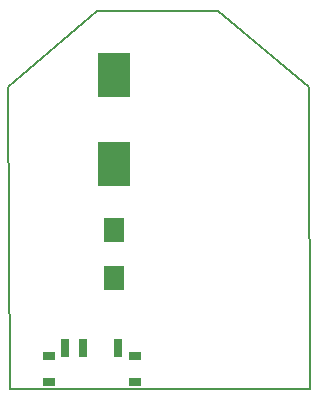
<source format=gbp>
%TF.GenerationSoftware,KiCad,Pcbnew,(5.1.0-511-gbeef7c9f2)*%
%TF.CreationDate,2019-05-09T17:34:55+09:00*%
%TF.ProjectId,xbee,78626565-2e6b-4696-9361-645f70636258,rev?*%
%TF.SameCoordinates,Original*%
%TF.FileFunction,Paste,Bot*%
%TF.FilePolarity,Positive*%
%FSLAX46Y46*%
G04 Gerber Fmt 4.6, Leading zero omitted, Abs format (unit mm)*
G04 Created by KiCad (PCBNEW (5.1.0-511-gbeef7c9f2)) date 2019-05-09 17:34:55*
%MOMM*%
%LPD*%
G04 APERTURE LIST*
%ADD10C,0.150000*%
%ADD11R,2.700000X3.750000*%
%ADD12R,1.700000X2.000000*%
%ADD13R,0.700000X1.500000*%
%ADD14R,1.000000X0.800000*%
G04 APERTURE END LIST*
D10*
X143250000Y-90250000D02*
X153500000Y-90250000D01*
X135750000Y-96750000D02*
X143250000Y-90250000D01*
X135750000Y-96750000D02*
X135850000Y-122250000D01*
X153500000Y-90250000D02*
X161201100Y-96750000D01*
X161201100Y-96750000D02*
X161250000Y-122250000D01*
X161250000Y-122250000D02*
X135850000Y-122250000D01*
D11*
X144650000Y-103250000D03*
X144650000Y-95700000D03*
D12*
X144650000Y-112850000D03*
X144650000Y-108850000D03*
D13*
X145050000Y-118820000D03*
X142050000Y-118820000D03*
X140550000Y-118820000D03*
D14*
X146450000Y-121680000D03*
X139150000Y-121680000D03*
X139150000Y-119470000D03*
X146450000Y-119470000D03*
M02*

</source>
